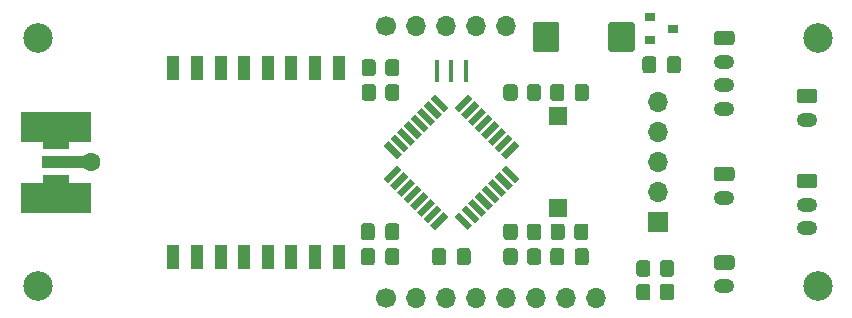
<source format=gbr>
%TF.GenerationSoftware,KiCad,Pcbnew,(5.1.10)-1*%
%TF.CreationDate,2021-10-14T17:03:46+02:00*%
%TF.ProjectId,LoRaProMini,4c6f5261-5072-46f4-9d69-6e692e6b6963,3.1*%
%TF.SameCoordinates,Original*%
%TF.FileFunction,Soldermask,Top*%
%TF.FilePolarity,Negative*%
%FSLAX46Y46*%
G04 Gerber Fmt 4.6, Leading zero omitted, Abs format (unit mm)*
G04 Created by KiCad (PCBNEW (5.1.10)-1) date 2021-10-14 17:03:46*
%MOMM*%
%LPD*%
G01*
G04 APERTURE LIST*
%ADD10R,1.000000X2.000000*%
%ADD11C,0.100000*%
%ADD12O,1.750000X1.200000*%
%ADD13O,1.700000X1.700000*%
%ADD14C,1.700000*%
%ADD15R,0.900000X0.800000*%
%ADD16R,0.400000X1.900000*%
%ADD17R,1.500000X1.500000*%
%ADD18R,1.700000X1.700000*%
%ADD19C,1.600000*%
%ADD20R,6.000000X2.500000*%
%ADD21R,4.700000X1.000000*%
%ADD22R,2.200000X1.050000*%
%ADD23C,2.500000*%
G04 APERTURE END LIST*
D10*
%TO.C,U2*%
X127399000Y-98690000D03*
X125399000Y-98690000D03*
X123399000Y-98690000D03*
X121399000Y-98690000D03*
X119399000Y-98690000D03*
X117399000Y-98690000D03*
X115399000Y-98690000D03*
X113399000Y-98690000D03*
X113399000Y-82690000D03*
X115399000Y-82690000D03*
X117399000Y-82690000D03*
X119399000Y-82690000D03*
X121399000Y-82690000D03*
X123399000Y-82690000D03*
X125399000Y-82690000D03*
X127399000Y-82690000D03*
%TD*%
D11*
%TO.C,U4*%
G36*
X141164963Y-91344074D02*
G01*
X141553872Y-90955165D01*
X142685243Y-92086536D01*
X142296334Y-92475445D01*
X141164963Y-91344074D01*
G37*
G36*
X140599277Y-91909759D02*
G01*
X140988186Y-91520850D01*
X142119557Y-92652221D01*
X141730648Y-93041130D01*
X140599277Y-91909759D01*
G37*
G36*
X140033592Y-92475445D02*
G01*
X140422501Y-92086536D01*
X141553872Y-93217907D01*
X141164963Y-93606816D01*
X140033592Y-92475445D01*
G37*
G36*
X139467907Y-93041130D02*
G01*
X139856816Y-92652221D01*
X140988187Y-93783592D01*
X140599278Y-94172501D01*
X139467907Y-93041130D01*
G37*
G36*
X138902221Y-93606816D02*
G01*
X139291130Y-93217907D01*
X140422501Y-94349278D01*
X140033592Y-94738187D01*
X138902221Y-93606816D01*
G37*
G36*
X138336536Y-94172501D02*
G01*
X138725445Y-93783592D01*
X139856816Y-94914963D01*
X139467907Y-95303872D01*
X138336536Y-94172501D01*
G37*
G36*
X137770850Y-94738186D02*
G01*
X138159759Y-94349277D01*
X139291130Y-95480648D01*
X138902221Y-95869557D01*
X137770850Y-94738186D01*
G37*
G36*
X137205165Y-95303872D02*
G01*
X137594074Y-94914963D01*
X138725445Y-96046334D01*
X138336536Y-96435243D01*
X137205165Y-95303872D01*
G37*
G36*
X136285926Y-94914963D02*
G01*
X136674835Y-95303872D01*
X135543464Y-96435243D01*
X135154555Y-96046334D01*
X136285926Y-94914963D01*
G37*
G36*
X135720241Y-94349277D02*
G01*
X136109150Y-94738186D01*
X134977779Y-95869557D01*
X134588870Y-95480648D01*
X135720241Y-94349277D01*
G37*
G36*
X135154555Y-93783592D02*
G01*
X135543464Y-94172501D01*
X134412093Y-95303872D01*
X134023184Y-94914963D01*
X135154555Y-93783592D01*
G37*
G36*
X134588870Y-93217907D02*
G01*
X134977779Y-93606816D01*
X133846408Y-94738187D01*
X133457499Y-94349278D01*
X134588870Y-93217907D01*
G37*
G36*
X134023184Y-92652221D02*
G01*
X134412093Y-93041130D01*
X133280722Y-94172501D01*
X132891813Y-93783592D01*
X134023184Y-92652221D01*
G37*
G36*
X133457499Y-92086536D02*
G01*
X133846408Y-92475445D01*
X132715037Y-93606816D01*
X132326128Y-93217907D01*
X133457499Y-92086536D01*
G37*
G36*
X132891814Y-91520850D02*
G01*
X133280723Y-91909759D01*
X132149352Y-93041130D01*
X131760443Y-92652221D01*
X132891814Y-91520850D01*
G37*
G36*
X132326128Y-90955165D02*
G01*
X132715037Y-91344074D01*
X131583666Y-92475445D01*
X131194757Y-92086536D01*
X132326128Y-90955165D01*
G37*
G36*
X131194757Y-89293464D02*
G01*
X131583666Y-88904555D01*
X132715037Y-90035926D01*
X132326128Y-90424835D01*
X131194757Y-89293464D01*
G37*
G36*
X131760443Y-88727779D02*
G01*
X132149352Y-88338870D01*
X133280723Y-89470241D01*
X132891814Y-89859150D01*
X131760443Y-88727779D01*
G37*
G36*
X132326128Y-88162093D02*
G01*
X132715037Y-87773184D01*
X133846408Y-88904555D01*
X133457499Y-89293464D01*
X132326128Y-88162093D01*
G37*
G36*
X132891813Y-87596408D02*
G01*
X133280722Y-87207499D01*
X134412093Y-88338870D01*
X134023184Y-88727779D01*
X132891813Y-87596408D01*
G37*
G36*
X133457499Y-87030722D02*
G01*
X133846408Y-86641813D01*
X134977779Y-87773184D01*
X134588870Y-88162093D01*
X133457499Y-87030722D01*
G37*
G36*
X134023184Y-86465037D02*
G01*
X134412093Y-86076128D01*
X135543464Y-87207499D01*
X135154555Y-87596408D01*
X134023184Y-86465037D01*
G37*
G36*
X134588870Y-85899352D02*
G01*
X134977779Y-85510443D01*
X136109150Y-86641814D01*
X135720241Y-87030723D01*
X134588870Y-85899352D01*
G37*
G36*
X135154555Y-85333666D02*
G01*
X135543464Y-84944757D01*
X136674835Y-86076128D01*
X136285926Y-86465037D01*
X135154555Y-85333666D01*
G37*
G36*
X138336536Y-84944757D02*
G01*
X138725445Y-85333666D01*
X137594074Y-86465037D01*
X137205165Y-86076128D01*
X138336536Y-84944757D01*
G37*
G36*
X138902221Y-85510443D02*
G01*
X139291130Y-85899352D01*
X138159759Y-87030723D01*
X137770850Y-86641814D01*
X138902221Y-85510443D01*
G37*
G36*
X139467907Y-86076128D02*
G01*
X139856816Y-86465037D01*
X138725445Y-87596408D01*
X138336536Y-87207499D01*
X139467907Y-86076128D01*
G37*
G36*
X140033592Y-86641813D02*
G01*
X140422501Y-87030722D01*
X139291130Y-88162093D01*
X138902221Y-87773184D01*
X140033592Y-86641813D01*
G37*
G36*
X140599278Y-87207499D02*
G01*
X140988187Y-87596408D01*
X139856816Y-88727779D01*
X139467907Y-88338870D01*
X140599278Y-87207499D01*
G37*
G36*
X141164963Y-87773184D02*
G01*
X141553872Y-88162093D01*
X140422501Y-89293464D01*
X140033592Y-88904555D01*
X141164963Y-87773184D01*
G37*
G36*
X141730648Y-88338870D02*
G01*
X142119557Y-88727779D01*
X140988186Y-89859150D01*
X140599277Y-89470241D01*
X141730648Y-88338870D01*
G37*
G36*
X142296334Y-88904555D02*
G01*
X142685243Y-89293464D01*
X141553872Y-90424835D01*
X141164963Y-90035926D01*
X142296334Y-88904555D01*
G37*
%TD*%
D12*
%TO.C,J1*%
X167040000Y-87090000D03*
G36*
G01*
X166414999Y-84490000D02*
X167665001Y-84490000D01*
G75*
G02*
X167915000Y-84739999I0J-249999D01*
G01*
X167915000Y-85440001D01*
G75*
G02*
X167665001Y-85690000I-249999J0D01*
G01*
X166414999Y-85690000D01*
G75*
G02*
X166165000Y-85440001I0J249999D01*
G01*
X166165000Y-84739999D01*
G75*
G02*
X166414999Y-84490000I249999J0D01*
G01*
G37*
%TD*%
%TO.C,J7*%
G36*
G01*
X159414999Y-98590000D02*
X160665001Y-98590000D01*
G75*
G02*
X160915000Y-98839999I0J-249999D01*
G01*
X160915000Y-99540001D01*
G75*
G02*
X160665001Y-99790000I-249999J0D01*
G01*
X159414999Y-99790000D01*
G75*
G02*
X159165000Y-99540001I0J249999D01*
G01*
X159165000Y-98839999D01*
G75*
G02*
X159414999Y-98590000I249999J0D01*
G01*
G37*
X160040000Y-101190000D03*
%TD*%
D13*
%TO.C,J5*%
X141600000Y-79190000D03*
X139060000Y-79190000D03*
X136520000Y-79190000D03*
X133980000Y-79190000D03*
D14*
X131440000Y-79190000D03*
%TD*%
D13*
%TO.C,J6*%
X149220000Y-102190000D03*
X146680000Y-102190000D03*
X144140000Y-102190000D03*
X141600000Y-102190000D03*
X139060000Y-102190000D03*
X136520000Y-102190000D03*
X133980000Y-102190000D03*
D14*
X131440000Y-102190000D03*
%TD*%
%TO.C,R8*%
G36*
G01*
X153790000Y-99239999D02*
X153790000Y-100140001D01*
G75*
G02*
X153540001Y-100390000I-249999J0D01*
G01*
X152839999Y-100390000D01*
G75*
G02*
X152590000Y-100140001I0J249999D01*
G01*
X152590000Y-99239999D01*
G75*
G02*
X152839999Y-98990000I249999J0D01*
G01*
X153540001Y-98990000D01*
G75*
G02*
X153790000Y-99239999I0J-249999D01*
G01*
G37*
G36*
G01*
X155790000Y-99239999D02*
X155790000Y-100140001D01*
G75*
G02*
X155540001Y-100390000I-249999J0D01*
G01*
X154839999Y-100390000D01*
G75*
G02*
X154590000Y-100140001I0J249999D01*
G01*
X154590000Y-99239999D01*
G75*
G02*
X154839999Y-98990000I249999J0D01*
G01*
X155540001Y-98990000D01*
G75*
G02*
X155790000Y-99239999I0J-249999D01*
G01*
G37*
%TD*%
%TO.C,R7*%
G36*
G01*
X153790000Y-101239999D02*
X153790000Y-102140001D01*
G75*
G02*
X153540001Y-102390000I-249999J0D01*
G01*
X152839999Y-102390000D01*
G75*
G02*
X152590000Y-102140001I0J249999D01*
G01*
X152590000Y-101239999D01*
G75*
G02*
X152839999Y-100990000I249999J0D01*
G01*
X153540001Y-100990000D01*
G75*
G02*
X153790000Y-101239999I0J-249999D01*
G01*
G37*
G36*
G01*
X155790000Y-101239999D02*
X155790000Y-102140001D01*
G75*
G02*
X155540001Y-102390000I-249999J0D01*
G01*
X154839999Y-102390000D01*
G75*
G02*
X154590000Y-102140001I0J249999D01*
G01*
X154590000Y-101239999D01*
G75*
G02*
X154839999Y-100990000I249999J0D01*
G01*
X155540001Y-100990000D01*
G75*
G02*
X155790000Y-101239999I0J-249999D01*
G01*
G37*
%TD*%
D12*
%TO.C,J8*%
X160040000Y-93690000D03*
G36*
G01*
X159414999Y-91090000D02*
X160665001Y-91090000D01*
G75*
G02*
X160915000Y-91339999I0J-249999D01*
G01*
X160915000Y-92040001D01*
G75*
G02*
X160665001Y-92290000I-249999J0D01*
G01*
X159414999Y-92290000D01*
G75*
G02*
X159165000Y-92040001I0J249999D01*
G01*
X159165000Y-91339999D01*
G75*
G02*
X159414999Y-91090000I249999J0D01*
G01*
G37*
%TD*%
D15*
%TO.C,U1*%
X155740000Y-79390000D03*
X153740000Y-80340000D03*
X153740000Y-78440000D03*
%TD*%
D16*
%TO.C,Y1*%
X135740000Y-82990000D03*
X136940000Y-82990000D03*
X138140000Y-82990000D03*
%TD*%
D17*
%TO.C,SW1*%
X145940000Y-86790000D03*
X145940000Y-94590000D03*
%TD*%
%TO.C,R6*%
G36*
G01*
X147340000Y-97040001D02*
X147340000Y-96139999D01*
G75*
G02*
X147589999Y-95890000I249999J0D01*
G01*
X148290001Y-95890000D01*
G75*
G02*
X148540000Y-96139999I0J-249999D01*
G01*
X148540000Y-97040001D01*
G75*
G02*
X148290001Y-97290000I-249999J0D01*
G01*
X147589999Y-97290000D01*
G75*
G02*
X147340000Y-97040001I0J249999D01*
G01*
G37*
G36*
G01*
X145340000Y-97040001D02*
X145340000Y-96139999D01*
G75*
G02*
X145589999Y-95890000I249999J0D01*
G01*
X146290001Y-95890000D01*
G75*
G02*
X146540000Y-96139999I0J-249999D01*
G01*
X146540000Y-97040001D01*
G75*
G02*
X146290001Y-97290000I-249999J0D01*
G01*
X145589999Y-97290000D01*
G75*
G02*
X145340000Y-97040001I0J249999D01*
G01*
G37*
%TD*%
D13*
%TO.C,J4*%
X154440000Y-85610000D03*
X154440000Y-88150000D03*
X154440000Y-90690000D03*
X154440000Y-93230000D03*
D18*
X154440000Y-95770000D03*
%TD*%
%TO.C,C7*%
G36*
G01*
X146490000Y-98215000D02*
X146490000Y-99165000D01*
G75*
G02*
X146240000Y-99415000I-250000J0D01*
G01*
X145565000Y-99415000D01*
G75*
G02*
X145315000Y-99165000I0J250000D01*
G01*
X145315000Y-98215000D01*
G75*
G02*
X145565000Y-97965000I250000J0D01*
G01*
X146240000Y-97965000D01*
G75*
G02*
X146490000Y-98215000I0J-250000D01*
G01*
G37*
G36*
G01*
X148565000Y-98215000D02*
X148565000Y-99165000D01*
G75*
G02*
X148315000Y-99415000I-250000J0D01*
G01*
X147640000Y-99415000D01*
G75*
G02*
X147390000Y-99165000I0J250000D01*
G01*
X147390000Y-98215000D01*
G75*
G02*
X147640000Y-97965000I250000J0D01*
G01*
X148315000Y-97965000D01*
G75*
G02*
X148565000Y-98215000I0J-250000D01*
G01*
G37*
%TD*%
%TO.C,C6*%
G36*
G01*
X130452500Y-96115000D02*
X130452500Y-97065000D01*
G75*
G02*
X130202500Y-97315000I-250000J0D01*
G01*
X129527500Y-97315000D01*
G75*
G02*
X129277500Y-97065000I0J250000D01*
G01*
X129277500Y-96115000D01*
G75*
G02*
X129527500Y-95865000I250000J0D01*
G01*
X130202500Y-95865000D01*
G75*
G02*
X130452500Y-96115000I0J-250000D01*
G01*
G37*
G36*
G01*
X132527500Y-96115000D02*
X132527500Y-97065000D01*
G75*
G02*
X132277500Y-97315000I-250000J0D01*
G01*
X131602500Y-97315000D01*
G75*
G02*
X131352500Y-97065000I0J250000D01*
G01*
X131352500Y-96115000D01*
G75*
G02*
X131602500Y-95865000I250000J0D01*
G01*
X132277500Y-95865000D01*
G75*
G02*
X132527500Y-96115000I0J-250000D01*
G01*
G37*
%TD*%
D19*
%TO.C,AE1*%
X106449000Y-90690000D03*
D20*
X103440000Y-93692000D03*
X103440000Y-87692000D03*
D21*
X104649000Y-90690000D03*
D22*
X103440000Y-89092000D03*
X103440000Y-92292000D03*
%TD*%
D23*
%TO.C,REF\u002A\u002A*%
X167940000Y-101190000D03*
%TD*%
%TO.C,REF\u002A\u002A*%
X101940000Y-101190000D03*
%TD*%
%TO.C,REF\u002A\u002A*%
X101940000Y-80190000D03*
%TD*%
%TO.C,REF\u002A\u002A*%
X167940000Y-80190000D03*
%TD*%
%TO.C,C1*%
G36*
G01*
X131352500Y-99165000D02*
X131352500Y-98215000D01*
G75*
G02*
X131602500Y-97965000I250000J0D01*
G01*
X132277500Y-97965000D01*
G75*
G02*
X132527500Y-98215000I0J-250000D01*
G01*
X132527500Y-99165000D01*
G75*
G02*
X132277500Y-99415000I-250000J0D01*
G01*
X131602500Y-99415000D01*
G75*
G02*
X131352500Y-99165000I0J250000D01*
G01*
G37*
G36*
G01*
X129277500Y-99165000D02*
X129277500Y-98215000D01*
G75*
G02*
X129527500Y-97965000I250000J0D01*
G01*
X130202500Y-97965000D01*
G75*
G02*
X130452500Y-98215000I0J-250000D01*
G01*
X130452500Y-99165000D01*
G75*
G02*
X130202500Y-99415000I-250000J0D01*
G01*
X129527500Y-99415000D01*
G75*
G02*
X129277500Y-99165000I0J250000D01*
G01*
G37*
%TD*%
%TO.C,C2*%
G36*
G01*
X155190000Y-82915000D02*
X155190000Y-81965000D01*
G75*
G02*
X155440000Y-81715000I250000J0D01*
G01*
X156115000Y-81715000D01*
G75*
G02*
X156365000Y-81965000I0J-250000D01*
G01*
X156365000Y-82915000D01*
G75*
G02*
X156115000Y-83165000I-250000J0D01*
G01*
X155440000Y-83165000D01*
G75*
G02*
X155190000Y-82915000I0J250000D01*
G01*
G37*
G36*
G01*
X153115000Y-82915000D02*
X153115000Y-81965000D01*
G75*
G02*
X153365000Y-81715000I250000J0D01*
G01*
X154040000Y-81715000D01*
G75*
G02*
X154290000Y-81965000I0J-250000D01*
G01*
X154290000Y-82915000D01*
G75*
G02*
X154040000Y-83165000I-250000J0D01*
G01*
X153365000Y-83165000D01*
G75*
G02*
X153115000Y-82915000I0J250000D01*
G01*
G37*
%TD*%
%TO.C,C5*%
G36*
G01*
X146065000Y-79064999D02*
X146065000Y-81115001D01*
G75*
G02*
X145815001Y-81365000I-249999J0D01*
G01*
X144064999Y-81365000D01*
G75*
G02*
X143815000Y-81115001I0J249999D01*
G01*
X143815000Y-79064999D01*
G75*
G02*
X144064999Y-78815000I249999J0D01*
G01*
X145815001Y-78815000D01*
G75*
G02*
X146065000Y-79064999I0J-249999D01*
G01*
G37*
G36*
G01*
X152465000Y-79064999D02*
X152465000Y-81115001D01*
G75*
G02*
X152215001Y-81365000I-249999J0D01*
G01*
X150464999Y-81365000D01*
G75*
G02*
X150215000Y-81115001I0J249999D01*
G01*
X150215000Y-79064999D01*
G75*
G02*
X150464999Y-78815000I249999J0D01*
G01*
X152215001Y-78815000D01*
G75*
G02*
X152465000Y-79064999I0J-249999D01*
G01*
G37*
%TD*%
%TO.C,R5*%
G36*
G01*
X143340000Y-85240001D02*
X143340000Y-84339999D01*
G75*
G02*
X143589999Y-84090000I249999J0D01*
G01*
X144290001Y-84090000D01*
G75*
G02*
X144540000Y-84339999I0J-249999D01*
G01*
X144540000Y-85240001D01*
G75*
G02*
X144290001Y-85490000I-249999J0D01*
G01*
X143589999Y-85490000D01*
G75*
G02*
X143340000Y-85240001I0J249999D01*
G01*
G37*
G36*
G01*
X141340000Y-85240001D02*
X141340000Y-84339999D01*
G75*
G02*
X141589999Y-84090000I249999J0D01*
G01*
X142290001Y-84090000D01*
G75*
G02*
X142540000Y-84339999I0J-249999D01*
G01*
X142540000Y-85240001D01*
G75*
G02*
X142290001Y-85490000I-249999J0D01*
G01*
X141589999Y-85490000D01*
G75*
G02*
X141340000Y-85240001I0J249999D01*
G01*
G37*
%TD*%
%TO.C,R4*%
G36*
G01*
X143340000Y-99140001D02*
X143340000Y-98239999D01*
G75*
G02*
X143589999Y-97990000I249999J0D01*
G01*
X144290001Y-97990000D01*
G75*
G02*
X144540000Y-98239999I0J-249999D01*
G01*
X144540000Y-99140001D01*
G75*
G02*
X144290001Y-99390000I-249999J0D01*
G01*
X143589999Y-99390000D01*
G75*
G02*
X143340000Y-99140001I0J249999D01*
G01*
G37*
G36*
G01*
X141340000Y-99140001D02*
X141340000Y-98239999D01*
G75*
G02*
X141589999Y-97990000I249999J0D01*
G01*
X142290001Y-97990000D01*
G75*
G02*
X142540000Y-98239999I0J-249999D01*
G01*
X142540000Y-99140001D01*
G75*
G02*
X142290001Y-99390000I-249999J0D01*
G01*
X141589999Y-99390000D01*
G75*
G02*
X141340000Y-99140001I0J249999D01*
G01*
G37*
%TD*%
%TO.C,R3*%
G36*
G01*
X142540000Y-96139999D02*
X142540000Y-97040001D01*
G75*
G02*
X142290001Y-97290000I-249999J0D01*
G01*
X141589999Y-97290000D01*
G75*
G02*
X141340000Y-97040001I0J249999D01*
G01*
X141340000Y-96139999D01*
G75*
G02*
X141589999Y-95890000I249999J0D01*
G01*
X142290001Y-95890000D01*
G75*
G02*
X142540000Y-96139999I0J-249999D01*
G01*
G37*
G36*
G01*
X144540000Y-96139999D02*
X144540000Y-97040001D01*
G75*
G02*
X144290001Y-97290000I-249999J0D01*
G01*
X143589999Y-97290000D01*
G75*
G02*
X143340000Y-97040001I0J249999D01*
G01*
X143340000Y-96139999D01*
G75*
G02*
X143589999Y-95890000I249999J0D01*
G01*
X144290001Y-95890000D01*
G75*
G02*
X144540000Y-96139999I0J-249999D01*
G01*
G37*
%TD*%
%TO.C,R2*%
G36*
G01*
X131340000Y-85240001D02*
X131340000Y-84339999D01*
G75*
G02*
X131589999Y-84090000I249999J0D01*
G01*
X132290001Y-84090000D01*
G75*
G02*
X132540000Y-84339999I0J-249999D01*
G01*
X132540000Y-85240001D01*
G75*
G02*
X132290001Y-85490000I-249999J0D01*
G01*
X131589999Y-85490000D01*
G75*
G02*
X131340000Y-85240001I0J249999D01*
G01*
G37*
G36*
G01*
X129340000Y-85240400D02*
X129340000Y-84339600D01*
G75*
G02*
X129589600Y-84090000I249600J0D01*
G01*
X130290400Y-84090000D01*
G75*
G02*
X130540000Y-84339600I0J-249600D01*
G01*
X130540000Y-85240400D01*
G75*
G02*
X130290400Y-85490000I-249600J0D01*
G01*
X129589600Y-85490000D01*
G75*
G02*
X129340000Y-85240400I0J249600D01*
G01*
G37*
%TD*%
%TO.C,R1*%
G36*
G01*
X130540000Y-82239999D02*
X130540000Y-83140001D01*
G75*
G02*
X130290001Y-83390000I-249999J0D01*
G01*
X129589999Y-83390000D01*
G75*
G02*
X129340000Y-83140001I0J249999D01*
G01*
X129340000Y-82239999D01*
G75*
G02*
X129589999Y-81990000I249999J0D01*
G01*
X130290001Y-81990000D01*
G75*
G02*
X130540000Y-82239999I0J-249999D01*
G01*
G37*
G36*
G01*
X132540000Y-82239999D02*
X132540000Y-83140001D01*
G75*
G02*
X132290001Y-83390000I-249999J0D01*
G01*
X131589999Y-83390000D01*
G75*
G02*
X131340000Y-83140001I0J249999D01*
G01*
X131340000Y-82239999D01*
G75*
G02*
X131589999Y-81990000I249999J0D01*
G01*
X132290001Y-81990000D01*
G75*
G02*
X132540000Y-82239999I0J-249999D01*
G01*
G37*
%TD*%
%TO.C,C4*%
G36*
G01*
X136490000Y-98215000D02*
X136490000Y-99165000D01*
G75*
G02*
X136240000Y-99415000I-250000J0D01*
G01*
X135565000Y-99415000D01*
G75*
G02*
X135315000Y-99165000I0J250000D01*
G01*
X135315000Y-98215000D01*
G75*
G02*
X135565000Y-97965000I250000J0D01*
G01*
X136240000Y-97965000D01*
G75*
G02*
X136490000Y-98215000I0J-250000D01*
G01*
G37*
G36*
G01*
X138565000Y-98215000D02*
X138565000Y-99165000D01*
G75*
G02*
X138315000Y-99415000I-250000J0D01*
G01*
X137640000Y-99415000D01*
G75*
G02*
X137390000Y-99165000I0J250000D01*
G01*
X137390000Y-98215000D01*
G75*
G02*
X137640000Y-97965000I250000J0D01*
G01*
X138315000Y-97965000D01*
G75*
G02*
X138565000Y-98215000I0J-250000D01*
G01*
G37*
%TD*%
D12*
%TO.C,J3*%
X160040000Y-86190000D03*
X160040000Y-84190000D03*
X160040000Y-82190000D03*
G36*
G01*
X159414999Y-79590000D02*
X160665001Y-79590000D01*
G75*
G02*
X160915000Y-79839999I0J-249999D01*
G01*
X160915000Y-80540001D01*
G75*
G02*
X160665001Y-80790000I-249999J0D01*
G01*
X159414999Y-80790000D01*
G75*
G02*
X159165000Y-80540001I0J249999D01*
G01*
X159165000Y-79839999D01*
G75*
G02*
X159414999Y-79590000I249999J0D01*
G01*
G37*
%TD*%
%TO.C,J2*%
X167040000Y-96290000D03*
X167040000Y-94290000D03*
G36*
G01*
X166414999Y-91690000D02*
X167665001Y-91690000D01*
G75*
G02*
X167915000Y-91939999I0J-249999D01*
G01*
X167915000Y-92640001D01*
G75*
G02*
X167665001Y-92890000I-249999J0D01*
G01*
X166414999Y-92890000D01*
G75*
G02*
X166165000Y-92640001I0J249999D01*
G01*
X166165000Y-91939999D01*
G75*
G02*
X166414999Y-91690000I249999J0D01*
G01*
G37*
%TD*%
%TO.C,C3*%
G36*
G01*
X146490000Y-84315000D02*
X146490000Y-85265000D01*
G75*
G02*
X146240000Y-85515000I-250000J0D01*
G01*
X145565000Y-85515000D01*
G75*
G02*
X145315000Y-85265000I0J250000D01*
G01*
X145315000Y-84315000D01*
G75*
G02*
X145565000Y-84065000I250000J0D01*
G01*
X146240000Y-84065000D01*
G75*
G02*
X146490000Y-84315000I0J-250000D01*
G01*
G37*
G36*
G01*
X148565000Y-84315000D02*
X148565000Y-85265000D01*
G75*
G02*
X148315000Y-85515000I-250000J0D01*
G01*
X147640000Y-85515000D01*
G75*
G02*
X147390000Y-85265000I0J250000D01*
G01*
X147390000Y-84315000D01*
G75*
G02*
X147640000Y-84065000I250000J0D01*
G01*
X148315000Y-84065000D01*
G75*
G02*
X148565000Y-84315000I0J-250000D01*
G01*
G37*
%TD*%
M02*

</source>
